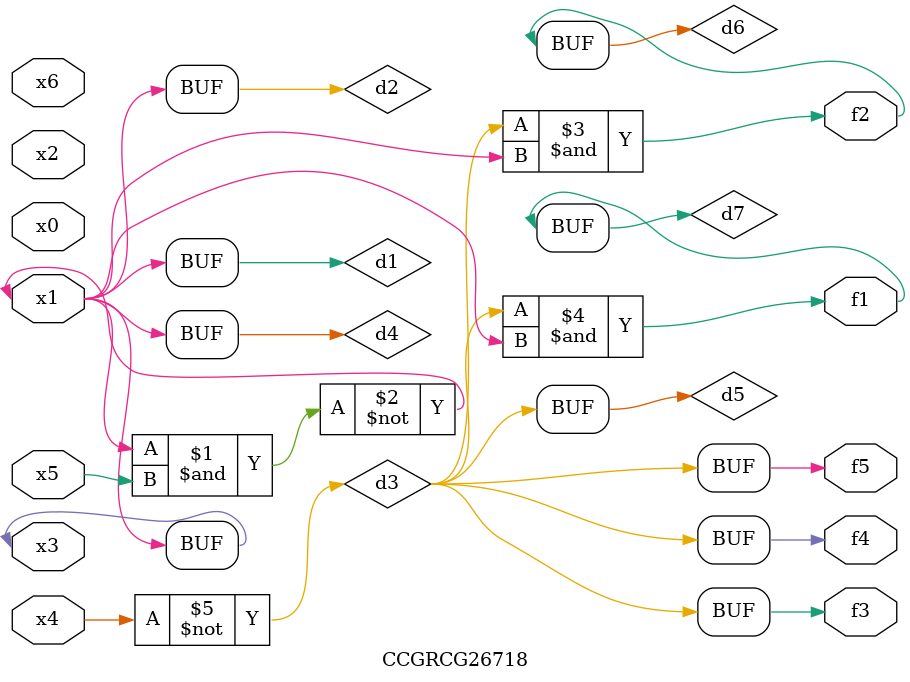
<source format=v>
module CCGRCG26718(
	input x0, x1, x2, x3, x4, x5, x6,
	output f1, f2, f3, f4, f5
);

	wire d1, d2, d3, d4, d5, d6, d7;

	buf (d1, x1, x3);
	nand (d2, x1, x5);
	not (d3, x4);
	buf (d4, d1, d2);
	buf (d5, d3);
	and (d6, d3, d4);
	and (d7, d3, d4);
	assign f1 = d7;
	assign f2 = d6;
	assign f3 = d5;
	assign f4 = d5;
	assign f5 = d5;
endmodule

</source>
